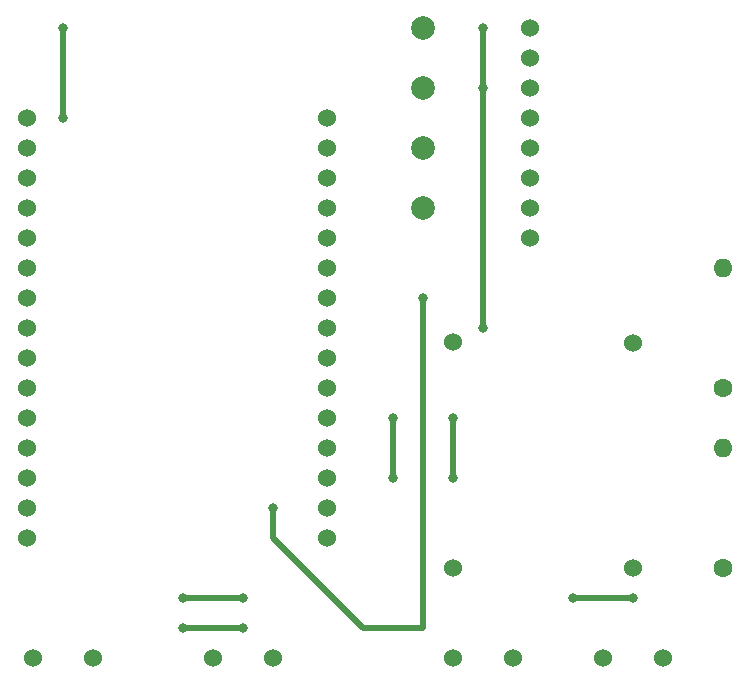
<source format=gbr>
%TF.GenerationSoftware,KiCad,Pcbnew,7.0.8*%
%TF.CreationDate,2025-10-26T15:42:26+01:00*%
%TF.ProjectId,Gyroskopicky-ovladac,4779726f-736b-46f7-9069-636b792d6f76,rev?*%
%TF.SameCoordinates,Original*%
%TF.FileFunction,Copper,L2,Bot*%
%TF.FilePolarity,Positive*%
%FSLAX46Y46*%
G04 Gerber Fmt 4.6, Leading zero omitted, Abs format (unit mm)*
G04 Created by KiCad (PCBNEW 7.0.8) date 2025-10-26 15:42:26*
%MOMM*%
%LPD*%
G01*
G04 APERTURE LIST*
%TA.AperFunction,ComponentPad*%
%ADD10C,1.524000*%
%TD*%
%TA.AperFunction,ComponentPad*%
%ADD11C,1.600000*%
%TD*%
%TA.AperFunction,ComponentPad*%
%ADD12O,1.600000X1.600000*%
%TD*%
%TA.AperFunction,ComponentPad*%
%ADD13C,2.000000*%
%TD*%
%TA.AperFunction,ViaPad*%
%ADD14C,0.800000*%
%TD*%
%TA.AperFunction,Conductor*%
%ADD15C,0.500000*%
%TD*%
G04 APERTURE END LIST*
D10*
%TO.P,ESP32,1,3v3*%
%TO.N,VCC3V3*%
X98525000Y-61005000D03*
%TO.P,ESP32,2,GND*%
%TO.N,GND*%
X98525000Y-63545000D03*
%TO.P,ESP32,3,GPIO15*%
%TO.N,unconnected-(ESP1-GPIO15-Pad3)*%
X98525000Y-66085000D03*
%TO.P,ESP32,4,GPIO2*%
%TO.N,unconnected-(ESP1-GPIO2-Pad4)*%
X98525000Y-68625000D03*
%TO.P,ESP32,5,GPIO4*%
%TO.N,unconnected-(ESP1-GPIO4-Pad5)*%
X98525000Y-71165000D03*
%TO.P,ESP32,6,GPIO16*%
%TO.N,unconnected-(ESP1-GPIO16-Pad6)*%
X98525000Y-73705000D03*
%TO.P,ESP32,7,GPIO17*%
%TO.N,unconnected-(ESP1-GPIO17-Pad7)*%
X98525000Y-76245000D03*
%TO.P,ESP32,8,GPIO5*%
%TO.N,unconnected-(ESP1-GPIO5-Pad8)*%
X98525000Y-78785000D03*
%TO.P,ESP32,9,GPIO18*%
%TO.N,unconnected-(ESP1-GPIO18-Pad9)*%
X98525000Y-81325000D03*
%TO.P,ESP32,10,GPIO19*%
%TO.N,unconnected-(ESP1-GPIO19-Pad10)*%
X98525000Y-83865000D03*
%TO.P,ESP32,11,GPIO21*%
%TO.N,SDA*%
X98525000Y-86405000D03*
%TO.P,ESP32,12,RX0*%
%TO.N,unconnected-(ESP1-RX0-Pad12)*%
X98525000Y-88945000D03*
%TO.P,ESP32,13,TX0*%
%TO.N,unconnected-(ESP1-TX0-Pad13)*%
X98525000Y-91485000D03*
%TO.P,ESP32,14,GPIO22*%
%TO.N,SCL*%
X98525000Y-94025000D03*
%TO.P,ESP32,15,GPIO23*%
%TO.N,D23*%
X98525000Y-96565000D03*
%TO.P,ESP32,16,VN*%
%TO.N,unconnected-(ESP1-VN-Pad16)*%
X123925000Y-61005000D03*
%TO.P,ESP32,17,GND*%
%TO.N,unconnected-(ESP1-GND-Pad17)*%
X123925000Y-63545000D03*
%TO.P,ESP32,18,GPIO13*%
%TO.N,unconnected-(ESP1-GPIO13-Pad18)*%
X123925000Y-66085000D03*
%TO.P,ESP32,19,GPIO12*%
%TO.N,unconnected-(ESP1-GPIO12-Pad19)*%
X123925000Y-68625000D03*
%TO.P,ESP32,20,GPIO14*%
%TO.N,unconnected-(ESP1-GPIO14-Pad20)*%
X123925000Y-71165000D03*
%TO.P,ESP32,21,GPIO27*%
%TO.N,unconnected-(ESP1-GPIO27-Pad21)*%
X123925000Y-73705000D03*
%TO.P,ESP32,22,GPIO26*%
%TO.N,unconnected-(ESP1-GPIO26-Pad22)*%
X123925000Y-76245000D03*
%TO.P,ESP32,23,GPIO25*%
%TO.N,unconnected-(ESP1-GPIO25-Pad23)*%
X123925000Y-78785000D03*
%TO.P,ESP32,24,GPIO33*%
%TO.N,unconnected-(ESP1-GPIO33-Pad24)*%
X123925000Y-81325000D03*
%TO.P,ESP32,25,GPIO32*%
%TO.N,unconnected-(ESP1-GPIO32-Pad25)*%
X123925000Y-83865000D03*
%TO.P,ESP32,26,GPIO35*%
%TO.N,unconnected-(ESP1-GPIO35-Pad26)*%
X123925000Y-86405000D03*
%TO.P,ESP32,27,GPIO34*%
%TO.N,D34*%
X123925000Y-88945000D03*
%TO.P,ESP32,28,VN*%
%TO.N,unconnected-(ESP1-VN-Pad28)*%
X123925000Y-91485000D03*
%TO.P,ESP32,29,VP*%
%TO.N,unconnected-(ESP1-VP-Pad29)*%
X123925000Y-94025000D03*
%TO.P,ESP32,30,EN*%
%TO.N,EN*%
X123925000Y-96565000D03*
%TD*%
%TO.P,+Reboot-,1,Pin_1*%
%TO.N,GND*%
X119380000Y-106680000D03*
%TO.P,+Reboot-,2,Pin_2*%
%TO.N,EN*%
X114300000Y-106680000D03*
%TD*%
D11*
%TO.P,R1,1*%
%TO.N,D34*%
X157480000Y-83820000D03*
D12*
%TO.P,R1,2*%
%TO.N,GND*%
X157480000Y-73660000D03*
%TD*%
D10*
%TO.P,MPU6050,8,INT*%
%TO.N,unconnected-(MPU1-INT-Pad8)*%
X141165000Y-71120000D03*
%TO.P,MPU6050,7,ADD*%
%TO.N,unconnected-(MPU1-ADD-Pad7)*%
X141165000Y-68580000D03*
%TO.P,MPU6050,6,XCL*%
%TO.N,unconnected-(MPU1-XCL-Pad6)*%
X141165000Y-66040000D03*
%TO.P,MPU6050,5,XDA*%
%TO.N,unconnected-(MPU1-XDA-Pad5)*%
X141165000Y-63500000D03*
%TO.P,MPU6050,4,SDA*%
%TO.N,SDA*%
X141165000Y-60960000D03*
%TO.P,MPU6050,3,SCL*%
%TO.N,SCL*%
X141165000Y-58420000D03*
%TO.P,MPU6050,2,GND*%
%TO.N,GND*%
X141165000Y-55880000D03*
%TO.P,MPU6050,1,VCC*%
%TO.N,VCC3V3*%
X141165000Y-53340000D03*
%TD*%
D13*
%TO.P,OLED,1,Pin_1*%
%TO.N,SDA*%
X132080000Y-68580000D03*
%TO.P,OLED,2,Pin_2*%
%TO.N,SCL*%
X132080000Y-63500000D03*
%TO.P,OLED,3,Pin_3*%
%TO.N,VCC3V3*%
X132080000Y-58420000D03*
%TO.P,OLED,4,Pin_4*%
%TO.N,GND*%
X132080000Y-53340000D03*
%TD*%
D10*
%TO.P,-Battery+,1,Pin_1*%
%TO.N,GND*%
X134620000Y-106680000D03*
%TO.P,-Battery+,2,Pin_2*%
%TO.N,BTSI*%
X139700000Y-106680000D03*
%TD*%
%TO.P,+Menu-,1,Pin_1*%
%TO.N,GND*%
X104140000Y-106680000D03*
%TO.P,+Menu-,2,Pin_2*%
%TO.N,D23*%
X99060000Y-106680000D03*
%TD*%
D11*
%TO.P,R2,1*%
%TO.N,STRI*%
X157480000Y-99060000D03*
D12*
%TO.P,R2,2*%
%TO.N,D34*%
X157480000Y-88900000D03*
%TD*%
D10*
%TO.P,Regulator3V3,1,IN-*%
%TO.N,GND*%
X134620000Y-99060000D03*
%TO.P,Regulator3V3,2,IN+*%
%TO.N,STRI*%
X149860000Y-99060000D03*
%TO.P,Regulator3V3,3,OUT-*%
%TO.N,GND*%
X134581539Y-79923557D03*
%TO.P,Regulator3V3,4,OUT+*%
%TO.N,VCC3V3*%
X149883229Y-79992483D03*
%TD*%
%TO.P,+Switch+,1,Pin_1*%
%TO.N,STRI*%
X147320000Y-106680000D03*
%TO.P,+Switch+,2,Pin_2*%
%TO.N,BTSI*%
X152400000Y-106680000D03*
%TD*%
D14*
%TO.N,GND*%
X101600000Y-53340000D03*
X134620000Y-86360000D03*
X116840000Y-104140000D03*
X134620000Y-91440000D03*
X111760000Y-104140000D03*
X101600000Y-60960000D03*
%TO.N,BTSI*%
X144780000Y-101600000D03*
X149860000Y-101600000D03*
%TO.N,VCC3V3*%
X137160000Y-78740000D03*
X137160000Y-53340000D03*
X137160000Y-58420000D03*
%TO.N,SDA*%
X119380000Y-93980000D03*
X132080000Y-76200000D03*
%TO.N,SCL*%
X116840000Y-101600000D03*
X129540000Y-91440000D03*
X129540000Y-86360000D03*
X111760000Y-101600000D03*
%TD*%
D15*
%TO.N,GND*%
X134620000Y-86360000D02*
X134620000Y-91440000D01*
X111760000Y-104140000D02*
X116840000Y-104140000D01*
X101600000Y-60960000D02*
X101600000Y-53340000D01*
%TO.N,BTSI*%
X144780000Y-101600000D02*
X149860000Y-101600000D01*
%TO.N,VCC3V3*%
X137160000Y-78740000D02*
X137160000Y-58420000D01*
X137160000Y-58420000D02*
X137160000Y-53340000D01*
%TO.N,SDA*%
X119380000Y-96520000D02*
X127000000Y-104140000D01*
X132080000Y-104140000D02*
X132080000Y-76200000D01*
X119380000Y-93980000D02*
X119380000Y-96520000D01*
X127000000Y-104140000D02*
X132080000Y-104140000D01*
%TO.N,SCL*%
X111760000Y-101600000D02*
X116840000Y-101600000D01*
X129540000Y-91440000D02*
X129540000Y-86360000D01*
%TD*%
M02*

</source>
